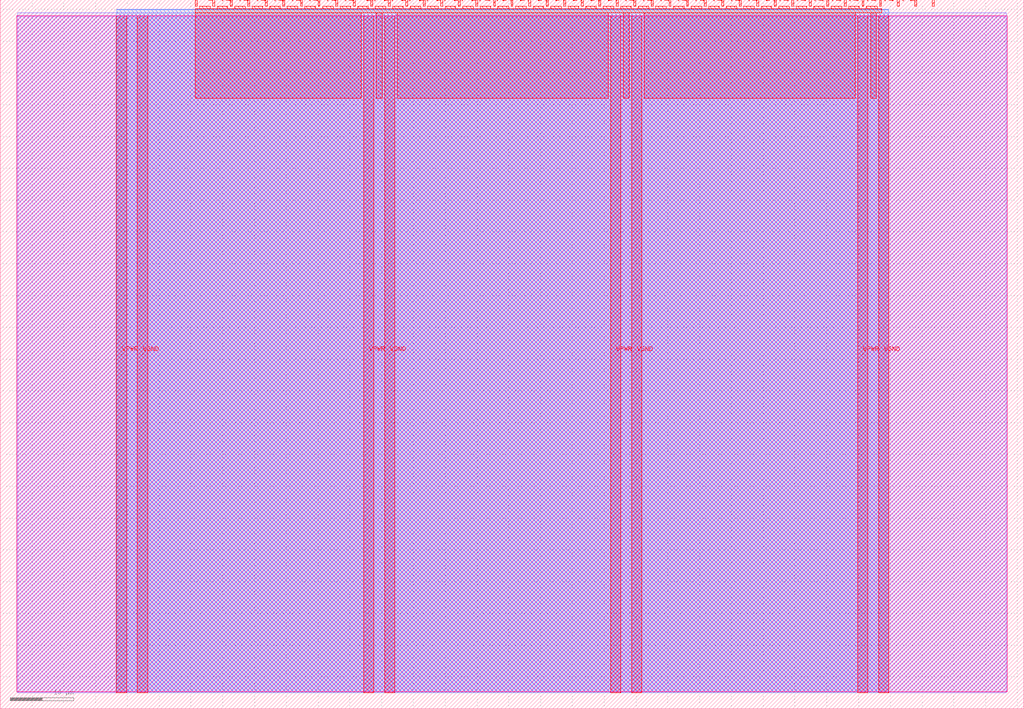
<source format=lef>
VERSION 5.7 ;
  NOWIREEXTENSIONATPIN ON ;
  DIVIDERCHAR "/" ;
  BUSBITCHARS "[]" ;
MACRO tt_um_secB_15_array_multiplier
  CLASS BLOCK ;
  FOREIGN tt_um_secB_15_array_multiplier ;
  ORIGIN 0.000 0.000 ;
  SIZE 161.000 BY 111.520 ;
  PIN VGND
    DIRECTION INOUT ;
    USE GROUND ;
    PORT
      LAYER met4 ;
        RECT 21.580 2.480 23.180 109.040 ;
    END
    PORT
      LAYER met4 ;
        RECT 60.450 2.480 62.050 109.040 ;
    END
    PORT
      LAYER met4 ;
        RECT 99.320 2.480 100.920 109.040 ;
    END
    PORT
      LAYER met4 ;
        RECT 138.190 2.480 139.790 109.040 ;
    END
  END VGND
  PIN VPWR
    DIRECTION INOUT ;
    USE POWER ;
    PORT
      LAYER met4 ;
        RECT 18.280 2.480 19.880 109.040 ;
    END
    PORT
      LAYER met4 ;
        RECT 57.150 2.480 58.750 109.040 ;
    END
    PORT
      LAYER met4 ;
        RECT 96.020 2.480 97.620 109.040 ;
    END
    PORT
      LAYER met4 ;
        RECT 134.890 2.480 136.490 109.040 ;
    END
  END VPWR
  PIN clk
    DIRECTION INPUT ;
    USE SIGNAL ;
    PORT
      LAYER met4 ;
        RECT 143.830 110.520 144.130 111.520 ;
    END
  END clk
  PIN ena
    DIRECTION INPUT ;
    USE SIGNAL ;
    PORT
      LAYER met4 ;
        RECT 146.590 110.520 146.890 111.520 ;
    END
  END ena
  PIN rst_n
    DIRECTION INPUT ;
    USE SIGNAL ;
    PORT
      LAYER met4 ;
        RECT 141.070 110.520 141.370 111.520 ;
    END
  END rst_n
  PIN ui_in[0]
    DIRECTION INPUT ;
    USE SIGNAL ;
    ANTENNAGATEAREA 0.126000 ;
    PORT
      LAYER met4 ;
        RECT 138.310 110.520 138.610 111.520 ;
    END
  END ui_in[0]
  PIN ui_in[1]
    DIRECTION INPUT ;
    USE SIGNAL ;
    ANTENNAGATEAREA 0.213000 ;
    PORT
      LAYER met4 ;
        RECT 135.550 110.520 135.850 111.520 ;
    END
  END ui_in[1]
  PIN ui_in[2]
    DIRECTION INPUT ;
    USE SIGNAL ;
    ANTENNAGATEAREA 0.213000 ;
    PORT
      LAYER met4 ;
        RECT 132.790 110.520 133.090 111.520 ;
    END
  END ui_in[2]
  PIN ui_in[3]
    DIRECTION INPUT ;
    USE SIGNAL ;
    ANTENNAGATEAREA 0.213000 ;
    PORT
      LAYER met4 ;
        RECT 130.030 110.520 130.330 111.520 ;
    END
  END ui_in[3]
  PIN ui_in[4]
    DIRECTION INPUT ;
    USE SIGNAL ;
    ANTENNAGATEAREA 0.213000 ;
    PORT
      LAYER met4 ;
        RECT 127.270 110.520 127.570 111.520 ;
    END
  END ui_in[4]
  PIN ui_in[5]
    DIRECTION INPUT ;
    USE SIGNAL ;
    ANTENNAGATEAREA 0.213000 ;
    PORT
      LAYER met4 ;
        RECT 124.510 110.520 124.810 111.520 ;
    END
  END ui_in[5]
  PIN ui_in[6]
    DIRECTION INPUT ;
    USE SIGNAL ;
    ANTENNAGATEAREA 0.213000 ;
    PORT
      LAYER met4 ;
        RECT 121.750 110.520 122.050 111.520 ;
    END
  END ui_in[6]
  PIN ui_in[7]
    DIRECTION INPUT ;
    USE SIGNAL ;
    ANTENNAGATEAREA 0.213000 ;
    PORT
      LAYER met4 ;
        RECT 118.990 110.520 119.290 111.520 ;
    END
  END ui_in[7]
  PIN uio_in[0]
    DIRECTION INPUT ;
    USE SIGNAL ;
    PORT
      LAYER met4 ;
        RECT 116.230 110.520 116.530 111.520 ;
    END
  END uio_in[0]
  PIN uio_in[1]
    DIRECTION INPUT ;
    USE SIGNAL ;
    PORT
      LAYER met4 ;
        RECT 113.470 110.520 113.770 111.520 ;
    END
  END uio_in[1]
  PIN uio_in[2]
    DIRECTION INPUT ;
    USE SIGNAL ;
    PORT
      LAYER met4 ;
        RECT 110.710 110.520 111.010 111.520 ;
    END
  END uio_in[2]
  PIN uio_in[3]
    DIRECTION INPUT ;
    USE SIGNAL ;
    PORT
      LAYER met4 ;
        RECT 107.950 110.520 108.250 111.520 ;
    END
  END uio_in[3]
  PIN uio_in[4]
    DIRECTION INPUT ;
    USE SIGNAL ;
    PORT
      LAYER met4 ;
        RECT 105.190 110.520 105.490 111.520 ;
    END
  END uio_in[4]
  PIN uio_in[5]
    DIRECTION INPUT ;
    USE SIGNAL ;
    PORT
      LAYER met4 ;
        RECT 102.430 110.520 102.730 111.520 ;
    END
  END uio_in[5]
  PIN uio_in[6]
    DIRECTION INPUT ;
    USE SIGNAL ;
    PORT
      LAYER met4 ;
        RECT 99.670 110.520 99.970 111.520 ;
    END
  END uio_in[6]
  PIN uio_in[7]
    DIRECTION INPUT ;
    USE SIGNAL ;
    PORT
      LAYER met4 ;
        RECT 96.910 110.520 97.210 111.520 ;
    END
  END uio_in[7]
  PIN uio_oe[0]
    DIRECTION OUTPUT ;
    USE SIGNAL ;
    PORT
      LAYER met4 ;
        RECT 49.990 110.520 50.290 111.520 ;
    END
  END uio_oe[0]
  PIN uio_oe[1]
    DIRECTION OUTPUT ;
    USE SIGNAL ;
    PORT
      LAYER met4 ;
        RECT 47.230 110.520 47.530 111.520 ;
    END
  END uio_oe[1]
  PIN uio_oe[2]
    DIRECTION OUTPUT ;
    USE SIGNAL ;
    PORT
      LAYER met4 ;
        RECT 44.470 110.520 44.770 111.520 ;
    END
  END uio_oe[2]
  PIN uio_oe[3]
    DIRECTION OUTPUT ;
    USE SIGNAL ;
    PORT
      LAYER met4 ;
        RECT 41.710 110.520 42.010 111.520 ;
    END
  END uio_oe[3]
  PIN uio_oe[4]
    DIRECTION OUTPUT ;
    USE SIGNAL ;
    PORT
      LAYER met4 ;
        RECT 38.950 110.520 39.250 111.520 ;
    END
  END uio_oe[4]
  PIN uio_oe[5]
    DIRECTION OUTPUT ;
    USE SIGNAL ;
    PORT
      LAYER met4 ;
        RECT 36.190 110.520 36.490 111.520 ;
    END
  END uio_oe[5]
  PIN uio_oe[6]
    DIRECTION OUTPUT ;
    USE SIGNAL ;
    PORT
      LAYER met4 ;
        RECT 33.430 110.520 33.730 111.520 ;
    END
  END uio_oe[6]
  PIN uio_oe[7]
    DIRECTION OUTPUT ;
    USE SIGNAL ;
    PORT
      LAYER met4 ;
        RECT 30.670 110.520 30.970 111.520 ;
    END
  END uio_oe[7]
  PIN uio_out[0]
    DIRECTION OUTPUT ;
    USE SIGNAL ;
    PORT
      LAYER met4 ;
        RECT 72.070 110.520 72.370 111.520 ;
    END
  END uio_out[0]
  PIN uio_out[1]
    DIRECTION OUTPUT ;
    USE SIGNAL ;
    PORT
      LAYER met4 ;
        RECT 69.310 110.520 69.610 111.520 ;
    END
  END uio_out[1]
  PIN uio_out[2]
    DIRECTION OUTPUT ;
    USE SIGNAL ;
    PORT
      LAYER met4 ;
        RECT 66.550 110.520 66.850 111.520 ;
    END
  END uio_out[2]
  PIN uio_out[3]
    DIRECTION OUTPUT ;
    USE SIGNAL ;
    PORT
      LAYER met4 ;
        RECT 63.790 110.520 64.090 111.520 ;
    END
  END uio_out[3]
  PIN uio_out[4]
    DIRECTION OUTPUT ;
    USE SIGNAL ;
    PORT
      LAYER met4 ;
        RECT 61.030 110.520 61.330 111.520 ;
    END
  END uio_out[4]
  PIN uio_out[5]
    DIRECTION OUTPUT ;
    USE SIGNAL ;
    PORT
      LAYER met4 ;
        RECT 58.270 110.520 58.570 111.520 ;
    END
  END uio_out[5]
  PIN uio_out[6]
    DIRECTION OUTPUT ;
    USE SIGNAL ;
    PORT
      LAYER met4 ;
        RECT 55.510 110.520 55.810 111.520 ;
    END
  END uio_out[6]
  PIN uio_out[7]
    DIRECTION OUTPUT ;
    USE SIGNAL ;
    PORT
      LAYER met4 ;
        RECT 52.750 110.520 53.050 111.520 ;
    END
  END uio_out[7]
  PIN uo_out[0]
    DIRECTION OUTPUT ;
    USE SIGNAL ;
    ANTENNAGATEAREA 0.373500 ;
    ANTENNADIFFAREA 0.924000 ;
    PORT
      LAYER met4 ;
        RECT 94.150 110.520 94.450 111.520 ;
    END
  END uo_out[0]
  PIN uo_out[1]
    DIRECTION OUTPUT ;
    USE SIGNAL ;
    ANTENNADIFFAREA 0.445500 ;
    PORT
      LAYER met4 ;
        RECT 91.390 110.520 91.690 111.520 ;
    END
  END uo_out[1]
  PIN uo_out[2]
    DIRECTION OUTPUT ;
    USE SIGNAL ;
    ANTENNADIFFAREA 0.795200 ;
    PORT
      LAYER met4 ;
        RECT 88.630 110.520 88.930 111.520 ;
    END
  END uo_out[2]
  PIN uo_out[3]
    DIRECTION OUTPUT ;
    USE SIGNAL ;
    ANTENNADIFFAREA 0.445500 ;
    PORT
      LAYER met4 ;
        RECT 85.870 110.520 86.170 111.520 ;
    END
  END uo_out[3]
  PIN uo_out[4]
    DIRECTION OUTPUT ;
    USE SIGNAL ;
    ANTENNADIFFAREA 0.445500 ;
    PORT
      LAYER met4 ;
        RECT 83.110 110.520 83.410 111.520 ;
    END
  END uo_out[4]
  PIN uo_out[5]
    DIRECTION OUTPUT ;
    USE SIGNAL ;
    ANTENNADIFFAREA 0.445500 ;
    PORT
      LAYER met4 ;
        RECT 80.350 110.520 80.650 111.520 ;
    END
  END uo_out[5]
  PIN uo_out[6]
    DIRECTION OUTPUT ;
    USE SIGNAL ;
    ANTENNADIFFAREA 0.445500 ;
    PORT
      LAYER met4 ;
        RECT 77.590 110.520 77.890 111.520 ;
    END
  END uo_out[6]
  PIN uo_out[7]
    DIRECTION OUTPUT ;
    USE SIGNAL ;
    ANTENNADIFFAREA 0.445500 ;
    PORT
      LAYER met4 ;
        RECT 74.830 110.520 75.130 111.520 ;
    END
  END uo_out[7]
  OBS
      LAYER nwell ;
        RECT 2.570 2.635 158.430 108.990 ;
      LAYER li1 ;
        RECT 2.760 2.635 158.240 108.885 ;
      LAYER met1 ;
        RECT 2.760 2.480 158.240 109.440 ;
      LAYER met2 ;
        RECT 18.310 2.535 139.760 110.005 ;
      LAYER met3 ;
        RECT 18.290 2.555 139.780 109.985 ;
      LAYER met4 ;
        RECT 31.370 110.120 33.030 110.520 ;
        RECT 34.130 110.120 35.790 110.520 ;
        RECT 36.890 110.120 38.550 110.520 ;
        RECT 39.650 110.120 41.310 110.520 ;
        RECT 42.410 110.120 44.070 110.520 ;
        RECT 45.170 110.120 46.830 110.520 ;
        RECT 47.930 110.120 49.590 110.520 ;
        RECT 50.690 110.120 52.350 110.520 ;
        RECT 53.450 110.120 55.110 110.520 ;
        RECT 56.210 110.120 57.870 110.520 ;
        RECT 58.970 110.120 60.630 110.520 ;
        RECT 61.730 110.120 63.390 110.520 ;
        RECT 64.490 110.120 66.150 110.520 ;
        RECT 67.250 110.120 68.910 110.520 ;
        RECT 70.010 110.120 71.670 110.520 ;
        RECT 72.770 110.120 74.430 110.520 ;
        RECT 75.530 110.120 77.190 110.520 ;
        RECT 78.290 110.120 79.950 110.520 ;
        RECT 81.050 110.120 82.710 110.520 ;
        RECT 83.810 110.120 85.470 110.520 ;
        RECT 86.570 110.120 88.230 110.520 ;
        RECT 89.330 110.120 90.990 110.520 ;
        RECT 92.090 110.120 93.750 110.520 ;
        RECT 94.850 110.120 96.510 110.520 ;
        RECT 97.610 110.120 99.270 110.520 ;
        RECT 100.370 110.120 102.030 110.520 ;
        RECT 103.130 110.120 104.790 110.520 ;
        RECT 105.890 110.120 107.550 110.520 ;
        RECT 108.650 110.120 110.310 110.520 ;
        RECT 111.410 110.120 113.070 110.520 ;
        RECT 114.170 110.120 115.830 110.520 ;
        RECT 116.930 110.120 118.590 110.520 ;
        RECT 119.690 110.120 121.350 110.520 ;
        RECT 122.450 110.120 124.110 110.520 ;
        RECT 125.210 110.120 126.870 110.520 ;
        RECT 127.970 110.120 129.630 110.520 ;
        RECT 130.730 110.120 132.390 110.520 ;
        RECT 133.490 110.120 135.150 110.520 ;
        RECT 136.250 110.120 137.910 110.520 ;
        RECT 30.655 109.440 138.625 110.120 ;
        RECT 30.655 96.055 56.750 109.440 ;
        RECT 59.150 96.055 60.050 109.440 ;
        RECT 62.450 96.055 95.620 109.440 ;
        RECT 98.020 96.055 98.920 109.440 ;
        RECT 101.320 96.055 134.490 109.440 ;
        RECT 136.890 96.055 137.790 109.440 ;
  END
END tt_um_secB_15_array_multiplier
END LIBRARY


</source>
